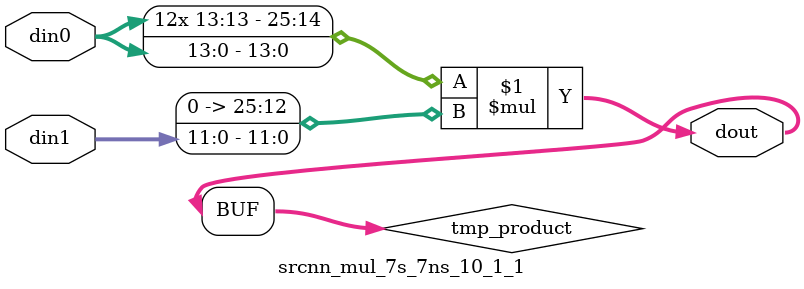
<source format=v>

`timescale 1 ns / 1 ps

  module srcnn_mul_7s_7ns_10_1_1(din0, din1, dout);
parameter ID = 1;
parameter NUM_STAGE = 0;
parameter din0_WIDTH = 14;
parameter din1_WIDTH = 12;
parameter dout_WIDTH = 26;

input [din0_WIDTH - 1 : 0] din0; 
input [din1_WIDTH - 1 : 0] din1; 
output [dout_WIDTH - 1 : 0] dout;

wire signed [dout_WIDTH - 1 : 0] tmp_product;












assign tmp_product = $signed(din0) * $signed({1'b0, din1});









assign dout = tmp_product;







endmodule

</source>
